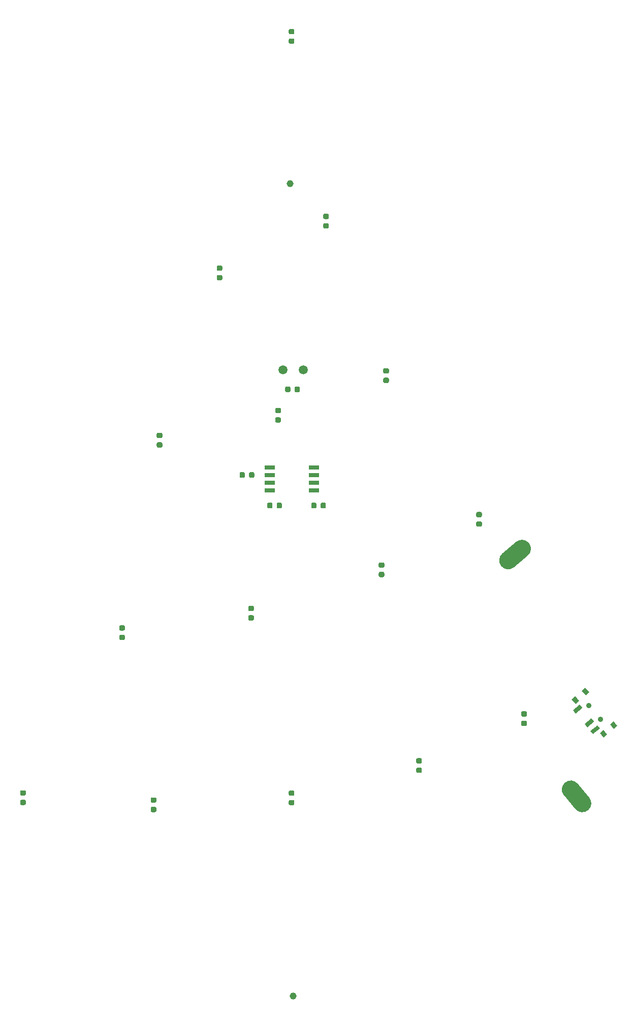
<source format=gbr>
%TF.GenerationSoftware,KiCad,Pcbnew,(5.1.10)-1*%
%TF.CreationDate,2021-10-20T09:03:38+02:00*%
%TF.ProjectId,Drvce,44727663-652e-46b6-9963-61645f706362,rev?*%
%TF.SameCoordinates,Original*%
%TF.FileFunction,Soldermask,Bot*%
%TF.FilePolarity,Negative*%
%FSLAX46Y46*%
G04 Gerber Fmt 4.6, Leading zero omitted, Abs format (unit mm)*
G04 Created by KiCad (PCBNEW (5.1.10)-1) date 2021-10-20 09:03:38*
%MOMM*%
%LPD*%
G01*
G04 APERTURE LIST*
%ADD10C,1.152000*%
%ADD11C,1.500000*%
%ADD12R,1.700000X0.650000*%
%ADD13C,0.900000*%
%ADD14C,0.150000*%
G04 APERTURE END LIST*
D10*
%TO.C,REF\u002A\u002A*%
X98750000Y-60750000D03*
%TD*%
%TO.C,REF\u002A\u002A*%
X99250000Y-196000000D03*
%TD*%
D11*
%TO.C,R3*%
X101000000Y-91750000D03*
X97600000Y-91750000D03*
%TD*%
%TO.C,R4*%
G36*
G01*
X99511600Y-95256250D02*
X99511600Y-94743750D01*
G75*
G02*
X99730350Y-94525000I218750J0D01*
G01*
X100167850Y-94525000D01*
G75*
G02*
X100386600Y-94743750I0J-218750D01*
G01*
X100386600Y-95256250D01*
G75*
G02*
X100167850Y-95475000I-218750J0D01*
G01*
X99730350Y-95475000D01*
G75*
G02*
X99511600Y-95256250I0J218750D01*
G01*
G37*
G36*
G01*
X97936600Y-95256250D02*
X97936600Y-94743750D01*
G75*
G02*
X98155350Y-94525000I218750J0D01*
G01*
X98592850Y-94525000D01*
G75*
G02*
X98811600Y-94743750I0J-218750D01*
G01*
X98811600Y-95256250D01*
G75*
G02*
X98592850Y-95475000I-218750J0D01*
G01*
X98155350Y-95475000D01*
G75*
G02*
X97936600Y-95256250I0J218750D01*
G01*
G37*
%TD*%
%TO.C,R1*%
G36*
G01*
X91917000Y-109511250D02*
X91917000Y-108998750D01*
G75*
G02*
X92135750Y-108780000I218750J0D01*
G01*
X92573250Y-108780000D01*
G75*
G02*
X92792000Y-108998750I0J-218750D01*
G01*
X92792000Y-109511250D01*
G75*
G02*
X92573250Y-109730000I-218750J0D01*
G01*
X92135750Y-109730000D01*
G75*
G02*
X91917000Y-109511250I0J218750D01*
G01*
G37*
G36*
G01*
X90342000Y-109511250D02*
X90342000Y-108998750D01*
G75*
G02*
X90560750Y-108780000I218750J0D01*
G01*
X90998250Y-108780000D01*
G75*
G02*
X91217000Y-108998750I0J-218750D01*
G01*
X91217000Y-109511250D01*
G75*
G02*
X90998250Y-109730000I-218750J0D01*
G01*
X90560750Y-109730000D01*
G75*
G02*
X90342000Y-109511250I0J218750D01*
G01*
G37*
%TD*%
%TO.C,C16*%
G36*
G01*
X99256250Y-35900000D02*
X98743750Y-35900000D01*
G75*
G02*
X98525000Y-35681250I0J218750D01*
G01*
X98525000Y-35243750D01*
G75*
G02*
X98743750Y-35025000I218750J0D01*
G01*
X99256250Y-35025000D01*
G75*
G02*
X99475000Y-35243750I0J-218750D01*
G01*
X99475000Y-35681250D01*
G75*
G02*
X99256250Y-35900000I-218750J0D01*
G01*
G37*
G36*
G01*
X99256250Y-37475000D02*
X98743750Y-37475000D01*
G75*
G02*
X98525000Y-37256250I0J218750D01*
G01*
X98525000Y-36818750D01*
G75*
G02*
X98743750Y-36600000I218750J0D01*
G01*
X99256250Y-36600000D01*
G75*
G02*
X99475000Y-36818750I0J-218750D01*
G01*
X99475000Y-37256250D01*
G75*
G02*
X99256250Y-37475000I-218750J0D01*
G01*
G37*
%TD*%
D12*
%TO.C,U1*%
X102710000Y-111795000D03*
X102710000Y-110525000D03*
X102710000Y-109255000D03*
X102710000Y-107985000D03*
X95410000Y-107985000D03*
X95410000Y-109255000D03*
X95410000Y-110525000D03*
X95410000Y-111795000D03*
%TD*%
%TO.C,R2*%
G36*
G01*
X95814400Y-114078750D02*
X95814400Y-114591250D01*
G75*
G02*
X95595650Y-114810000I-218750J0D01*
G01*
X95158150Y-114810000D01*
G75*
G02*
X94939400Y-114591250I0J218750D01*
G01*
X94939400Y-114078750D01*
G75*
G02*
X95158150Y-113860000I218750J0D01*
G01*
X95595650Y-113860000D01*
G75*
G02*
X95814400Y-114078750I0J-218750D01*
G01*
G37*
G36*
G01*
X97389400Y-114078750D02*
X97389400Y-114591250D01*
G75*
G02*
X97170650Y-114810000I-218750J0D01*
G01*
X96733150Y-114810000D01*
G75*
G02*
X96514400Y-114591250I0J218750D01*
G01*
X96514400Y-114078750D01*
G75*
G02*
X96733150Y-113860000I218750J0D01*
G01*
X97170650Y-113860000D01*
G75*
G02*
X97389400Y-114078750I0J-218750D01*
G01*
G37*
%TD*%
%TO.C,C1*%
G36*
G01*
X103850000Y-114591250D02*
X103850000Y-114078750D01*
G75*
G02*
X104068750Y-113860000I218750J0D01*
G01*
X104506250Y-113860000D01*
G75*
G02*
X104725000Y-114078750I0J-218750D01*
G01*
X104725000Y-114591250D01*
G75*
G02*
X104506250Y-114810000I-218750J0D01*
G01*
X104068750Y-114810000D01*
G75*
G02*
X103850000Y-114591250I0J218750D01*
G01*
G37*
G36*
G01*
X102275000Y-114591250D02*
X102275000Y-114078750D01*
G75*
G02*
X102493750Y-113860000I218750J0D01*
G01*
X102931250Y-113860000D01*
G75*
G02*
X103150000Y-114078750I0J-218750D01*
G01*
X103150000Y-114591250D01*
G75*
G02*
X102931250Y-114810000I-218750J0D01*
G01*
X102493750Y-114810000D01*
G75*
G02*
X102275000Y-114591250I0J218750D01*
G01*
G37*
%TD*%
%TO.C,C2*%
G36*
G01*
X75743750Y-164497500D02*
X76256250Y-164497500D01*
G75*
G02*
X76475000Y-164716250I0J-218750D01*
G01*
X76475000Y-165153750D01*
G75*
G02*
X76256250Y-165372500I-218750J0D01*
G01*
X75743750Y-165372500D01*
G75*
G02*
X75525000Y-165153750I0J218750D01*
G01*
X75525000Y-164716250D01*
G75*
G02*
X75743750Y-164497500I218750J0D01*
G01*
G37*
G36*
G01*
X75743750Y-162922500D02*
X76256250Y-162922500D01*
G75*
G02*
X76475000Y-163141250I0J-218750D01*
G01*
X76475000Y-163578750D01*
G75*
G02*
X76256250Y-163797500I-218750J0D01*
G01*
X75743750Y-163797500D01*
G75*
G02*
X75525000Y-163578750I0J218750D01*
G01*
X75525000Y-163141250D01*
G75*
G02*
X75743750Y-162922500I218750J0D01*
G01*
G37*
%TD*%
%TO.C,C3*%
G36*
G01*
X53993750Y-163312500D02*
X54506250Y-163312500D01*
G75*
G02*
X54725000Y-163531250I0J-218750D01*
G01*
X54725000Y-163968750D01*
G75*
G02*
X54506250Y-164187500I-218750J0D01*
G01*
X53993750Y-164187500D01*
G75*
G02*
X53775000Y-163968750I0J218750D01*
G01*
X53775000Y-163531250D01*
G75*
G02*
X53993750Y-163312500I218750J0D01*
G01*
G37*
G36*
G01*
X53993750Y-161737500D02*
X54506250Y-161737500D01*
G75*
G02*
X54725000Y-161956250I0J-218750D01*
G01*
X54725000Y-162393750D01*
G75*
G02*
X54506250Y-162612500I-218750J0D01*
G01*
X53993750Y-162612500D01*
G75*
G02*
X53775000Y-162393750I0J218750D01*
G01*
X53775000Y-161956250D01*
G75*
G02*
X53993750Y-161737500I218750J0D01*
G01*
G37*
%TD*%
%TO.C,C4*%
G36*
G01*
X71006250Y-135150000D02*
X70493750Y-135150000D01*
G75*
G02*
X70275000Y-134931250I0J218750D01*
G01*
X70275000Y-134493750D01*
G75*
G02*
X70493750Y-134275000I218750J0D01*
G01*
X71006250Y-134275000D01*
G75*
G02*
X71225000Y-134493750I0J-218750D01*
G01*
X71225000Y-134931250D01*
G75*
G02*
X71006250Y-135150000I-218750J0D01*
G01*
G37*
G36*
G01*
X71006250Y-136725000D02*
X70493750Y-136725000D01*
G75*
G02*
X70275000Y-136506250I0J218750D01*
G01*
X70275000Y-136068750D01*
G75*
G02*
X70493750Y-135850000I218750J0D01*
G01*
X71006250Y-135850000D01*
G75*
G02*
X71225000Y-136068750I0J-218750D01*
G01*
X71225000Y-136506250D01*
G75*
G02*
X71006250Y-136725000I-218750J0D01*
G01*
G37*
%TD*%
%TO.C,C5*%
G36*
G01*
X92506250Y-131900000D02*
X91993750Y-131900000D01*
G75*
G02*
X91775000Y-131681250I0J218750D01*
G01*
X91775000Y-131243750D01*
G75*
G02*
X91993750Y-131025000I218750J0D01*
G01*
X92506250Y-131025000D01*
G75*
G02*
X92725000Y-131243750I0J-218750D01*
G01*
X92725000Y-131681250D01*
G75*
G02*
X92506250Y-131900000I-218750J0D01*
G01*
G37*
G36*
G01*
X92506250Y-133475000D02*
X91993750Y-133475000D01*
G75*
G02*
X91775000Y-133256250I0J218750D01*
G01*
X91775000Y-132818750D01*
G75*
G02*
X91993750Y-132600000I218750J0D01*
G01*
X92506250Y-132600000D01*
G75*
G02*
X92725000Y-132818750I0J-218750D01*
G01*
X92725000Y-133256250D01*
G75*
G02*
X92506250Y-133475000I-218750J0D01*
G01*
G37*
%TD*%
%TO.C,C6*%
G36*
G01*
X99256250Y-162650000D02*
X98743750Y-162650000D01*
G75*
G02*
X98525000Y-162431250I0J218750D01*
G01*
X98525000Y-161993750D01*
G75*
G02*
X98743750Y-161775000I218750J0D01*
G01*
X99256250Y-161775000D01*
G75*
G02*
X99475000Y-161993750I0J-218750D01*
G01*
X99475000Y-162431250D01*
G75*
G02*
X99256250Y-162650000I-218750J0D01*
G01*
G37*
G36*
G01*
X99256250Y-164225000D02*
X98743750Y-164225000D01*
G75*
G02*
X98525000Y-164006250I0J218750D01*
G01*
X98525000Y-163568750D01*
G75*
G02*
X98743750Y-163350000I218750J0D01*
G01*
X99256250Y-163350000D01*
G75*
G02*
X99475000Y-163568750I0J-218750D01*
G01*
X99475000Y-164006250D01*
G75*
G02*
X99256250Y-164225000I-218750J0D01*
G01*
G37*
%TD*%
%TO.C,C7*%
G36*
G01*
X120506250Y-157269700D02*
X119993750Y-157269700D01*
G75*
G02*
X119775000Y-157050950I0J218750D01*
G01*
X119775000Y-156613450D01*
G75*
G02*
X119993750Y-156394700I218750J0D01*
G01*
X120506250Y-156394700D01*
G75*
G02*
X120725000Y-156613450I0J-218750D01*
G01*
X120725000Y-157050950D01*
G75*
G02*
X120506250Y-157269700I-218750J0D01*
G01*
G37*
G36*
G01*
X120506250Y-158844700D02*
X119993750Y-158844700D01*
G75*
G02*
X119775000Y-158625950I0J218750D01*
G01*
X119775000Y-158188450D01*
G75*
G02*
X119993750Y-157969700I218750J0D01*
G01*
X120506250Y-157969700D01*
G75*
G02*
X120725000Y-158188450I0J-218750D01*
G01*
X120725000Y-158625950D01*
G75*
G02*
X120506250Y-158844700I-218750J0D01*
G01*
G37*
%TD*%
%TO.C,C8*%
G36*
G01*
X138006250Y-149459200D02*
X137493750Y-149459200D01*
G75*
G02*
X137275000Y-149240450I0J218750D01*
G01*
X137275000Y-148802950D01*
G75*
G02*
X137493750Y-148584200I218750J0D01*
G01*
X138006250Y-148584200D01*
G75*
G02*
X138225000Y-148802950I0J-218750D01*
G01*
X138225000Y-149240450D01*
G75*
G02*
X138006250Y-149459200I-218750J0D01*
G01*
G37*
G36*
G01*
X138006250Y-151034200D02*
X137493750Y-151034200D01*
G75*
G02*
X137275000Y-150815450I0J218750D01*
G01*
X137275000Y-150377950D01*
G75*
G02*
X137493750Y-150159200I218750J0D01*
G01*
X138006250Y-150159200D01*
G75*
G02*
X138225000Y-150377950I0J-218750D01*
G01*
X138225000Y-150815450D01*
G75*
G02*
X138006250Y-151034200I-218750J0D01*
G01*
G37*
%TD*%
%TO.C,C9*%
G36*
G01*
X114256250Y-124687500D02*
X113743750Y-124687500D01*
G75*
G02*
X113525000Y-124468750I0J218750D01*
G01*
X113525000Y-124031250D01*
G75*
G02*
X113743750Y-123812500I218750J0D01*
G01*
X114256250Y-123812500D01*
G75*
G02*
X114475000Y-124031250I0J-218750D01*
G01*
X114475000Y-124468750D01*
G75*
G02*
X114256250Y-124687500I-218750J0D01*
G01*
G37*
G36*
G01*
X114256250Y-126262500D02*
X113743750Y-126262500D01*
G75*
G02*
X113525000Y-126043750I0J218750D01*
G01*
X113525000Y-125606250D01*
G75*
G02*
X113743750Y-125387500I218750J0D01*
G01*
X114256250Y-125387500D01*
G75*
G02*
X114475000Y-125606250I0J-218750D01*
G01*
X114475000Y-126043750D01*
G75*
G02*
X114256250Y-126262500I-218750J0D01*
G01*
G37*
%TD*%
%TO.C,C10*%
G36*
G01*
X130506250Y-116286800D02*
X129993750Y-116286800D01*
G75*
G02*
X129775000Y-116068050I0J218750D01*
G01*
X129775000Y-115630550D01*
G75*
G02*
X129993750Y-115411800I218750J0D01*
G01*
X130506250Y-115411800D01*
G75*
G02*
X130725000Y-115630550I0J-218750D01*
G01*
X130725000Y-116068050D01*
G75*
G02*
X130506250Y-116286800I-218750J0D01*
G01*
G37*
G36*
G01*
X130506250Y-117861800D02*
X129993750Y-117861800D01*
G75*
G02*
X129775000Y-117643050I0J218750D01*
G01*
X129775000Y-117205550D01*
G75*
G02*
X129993750Y-116986800I218750J0D01*
G01*
X130506250Y-116986800D01*
G75*
G02*
X130725000Y-117205550I0J-218750D01*
G01*
X130725000Y-117643050D01*
G75*
G02*
X130506250Y-117861800I-218750J0D01*
G01*
G37*
%TD*%
%TO.C,C11*%
G36*
G01*
X114493750Y-93062500D02*
X115006250Y-93062500D01*
G75*
G02*
X115225000Y-93281250I0J-218750D01*
G01*
X115225000Y-93718750D01*
G75*
G02*
X115006250Y-93937500I-218750J0D01*
G01*
X114493750Y-93937500D01*
G75*
G02*
X114275000Y-93718750I0J218750D01*
G01*
X114275000Y-93281250D01*
G75*
G02*
X114493750Y-93062500I218750J0D01*
G01*
G37*
G36*
G01*
X114493750Y-91487500D02*
X115006250Y-91487500D01*
G75*
G02*
X115225000Y-91706250I0J-218750D01*
G01*
X115225000Y-92143750D01*
G75*
G02*
X115006250Y-92362500I-218750J0D01*
G01*
X114493750Y-92362500D01*
G75*
G02*
X114275000Y-92143750I0J218750D01*
G01*
X114275000Y-91706250D01*
G75*
G02*
X114493750Y-91487500I218750J0D01*
G01*
G37*
%TD*%
%TO.C,C12*%
G36*
G01*
X96493750Y-99664000D02*
X97006250Y-99664000D01*
G75*
G02*
X97225000Y-99882750I0J-218750D01*
G01*
X97225000Y-100320250D01*
G75*
G02*
X97006250Y-100539000I-218750J0D01*
G01*
X96493750Y-100539000D01*
G75*
G02*
X96275000Y-100320250I0J218750D01*
G01*
X96275000Y-99882750D01*
G75*
G02*
X96493750Y-99664000I218750J0D01*
G01*
G37*
G36*
G01*
X96493750Y-98089000D02*
X97006250Y-98089000D01*
G75*
G02*
X97225000Y-98307750I0J-218750D01*
G01*
X97225000Y-98745250D01*
G75*
G02*
X97006250Y-98964000I-218750J0D01*
G01*
X96493750Y-98964000D01*
G75*
G02*
X96275000Y-98745250I0J218750D01*
G01*
X96275000Y-98307750D01*
G75*
G02*
X96493750Y-98089000I218750J0D01*
G01*
G37*
%TD*%
%TO.C,C13*%
G36*
G01*
X76743750Y-103812500D02*
X77256250Y-103812500D01*
G75*
G02*
X77475000Y-104031250I0J-218750D01*
G01*
X77475000Y-104468750D01*
G75*
G02*
X77256250Y-104687500I-218750J0D01*
G01*
X76743750Y-104687500D01*
G75*
G02*
X76525000Y-104468750I0J218750D01*
G01*
X76525000Y-104031250D01*
G75*
G02*
X76743750Y-103812500I218750J0D01*
G01*
G37*
G36*
G01*
X76743750Y-102237500D02*
X77256250Y-102237500D01*
G75*
G02*
X77475000Y-102456250I0J-218750D01*
G01*
X77475000Y-102893750D01*
G75*
G02*
X77256250Y-103112500I-218750J0D01*
G01*
X76743750Y-103112500D01*
G75*
G02*
X76525000Y-102893750I0J218750D01*
G01*
X76525000Y-102456250D01*
G75*
G02*
X76743750Y-102237500I218750J0D01*
G01*
G37*
%TD*%
%TO.C,C14*%
G36*
G01*
X87256250Y-75278500D02*
X86743750Y-75278500D01*
G75*
G02*
X86525000Y-75059750I0J218750D01*
G01*
X86525000Y-74622250D01*
G75*
G02*
X86743750Y-74403500I218750J0D01*
G01*
X87256250Y-74403500D01*
G75*
G02*
X87475000Y-74622250I0J-218750D01*
G01*
X87475000Y-75059750D01*
G75*
G02*
X87256250Y-75278500I-218750J0D01*
G01*
G37*
G36*
G01*
X87256250Y-76853500D02*
X86743750Y-76853500D01*
G75*
G02*
X86525000Y-76634750I0J218750D01*
G01*
X86525000Y-76197250D01*
G75*
G02*
X86743750Y-75978500I218750J0D01*
G01*
X87256250Y-75978500D01*
G75*
G02*
X87475000Y-76197250I0J-218750D01*
G01*
X87475000Y-76634750D01*
G75*
G02*
X87256250Y-76853500I-218750J0D01*
G01*
G37*
%TD*%
%TO.C,C15*%
G36*
G01*
X105006250Y-66655200D02*
X104493750Y-66655200D01*
G75*
G02*
X104275000Y-66436450I0J218750D01*
G01*
X104275000Y-65998950D01*
G75*
G02*
X104493750Y-65780200I218750J0D01*
G01*
X105006250Y-65780200D01*
G75*
G02*
X105225000Y-65998950I0J-218750D01*
G01*
X105225000Y-66436450D01*
G75*
G02*
X105006250Y-66655200I-218750J0D01*
G01*
G37*
G36*
G01*
X105006250Y-68230200D02*
X104493750Y-68230200D01*
G75*
G02*
X104275000Y-68011450I0J218750D01*
G01*
X104275000Y-67573950D01*
G75*
G02*
X104493750Y-67355200I218750J0D01*
G01*
X105006250Y-67355200D01*
G75*
G02*
X105225000Y-67573950I0J-218750D01*
G01*
X105225000Y-68011450D01*
G75*
G02*
X105006250Y-68230200I-218750J0D01*
G01*
G37*
%TD*%
%TO.C,J2*%
G36*
G01*
X138363248Y-122684886D02*
X136065114Y-124613248D01*
G75*
G02*
X133951866Y-124428362I-964181J1149067D01*
G01*
X133951866Y-124428362D01*
G75*
G02*
X134136752Y-122315114I1149067J964181D01*
G01*
X136434886Y-120386752D01*
G75*
G02*
X138548134Y-120571638I964181J-1149067D01*
G01*
X138548134Y-120571638D01*
G75*
G02*
X138363248Y-122684886I-1149067J-964181D01*
G01*
G37*
%TD*%
%TO.C,J3*%
G36*
G01*
X146315114Y-164863248D02*
X144386752Y-162565114D01*
G75*
G02*
X144571638Y-160451866I1149067J964181D01*
G01*
X144571638Y-160451866D01*
G75*
G02*
X146684886Y-160636752I964181J-1149067D01*
G01*
X148613248Y-162934886D01*
G75*
G02*
X148428362Y-165048134I-1149067J-964181D01*
G01*
X148428362Y-165048134D01*
G75*
G02*
X146315114Y-164863248I-964181J1149067D01*
G01*
G37*
%TD*%
D13*
%TO.C,SW1*%
X148538613Y-147638813D03*
X150466976Y-149936947D03*
D14*
G36*
X145908775Y-148409561D02*
G01*
X147057842Y-147445380D01*
X147507793Y-147981611D01*
X146358726Y-148945792D01*
X145908775Y-148409561D01*
G37*
G36*
X147837138Y-150707695D02*
G01*
X148986205Y-149743514D01*
X149436156Y-150279745D01*
X148287089Y-151243926D01*
X147837138Y-150707695D01*
G37*
G36*
X148801320Y-151856761D02*
G01*
X149950387Y-150892580D01*
X150400338Y-151428811D01*
X149251271Y-152392992D01*
X148801320Y-151856761D01*
G37*
G36*
X147371457Y-145158845D02*
G01*
X147984293Y-144644615D01*
X148627081Y-145410659D01*
X148014245Y-145924889D01*
X147371457Y-145158845D01*
G37*
G36*
X152063806Y-150750969D02*
G01*
X152676642Y-150236739D01*
X153319430Y-151002783D01*
X152706594Y-151517013D01*
X152063806Y-150750969D01*
G37*
G36*
X150370848Y-152171530D02*
G01*
X150983684Y-151657300D01*
X151626472Y-152423344D01*
X151013636Y-152937574D01*
X150370848Y-152171530D01*
G37*
G36*
X145678499Y-146579405D02*
G01*
X146291335Y-146065175D01*
X146934123Y-146831219D01*
X146321287Y-147345449D01*
X145678499Y-146579405D01*
G37*
%TD*%
M02*

</source>
